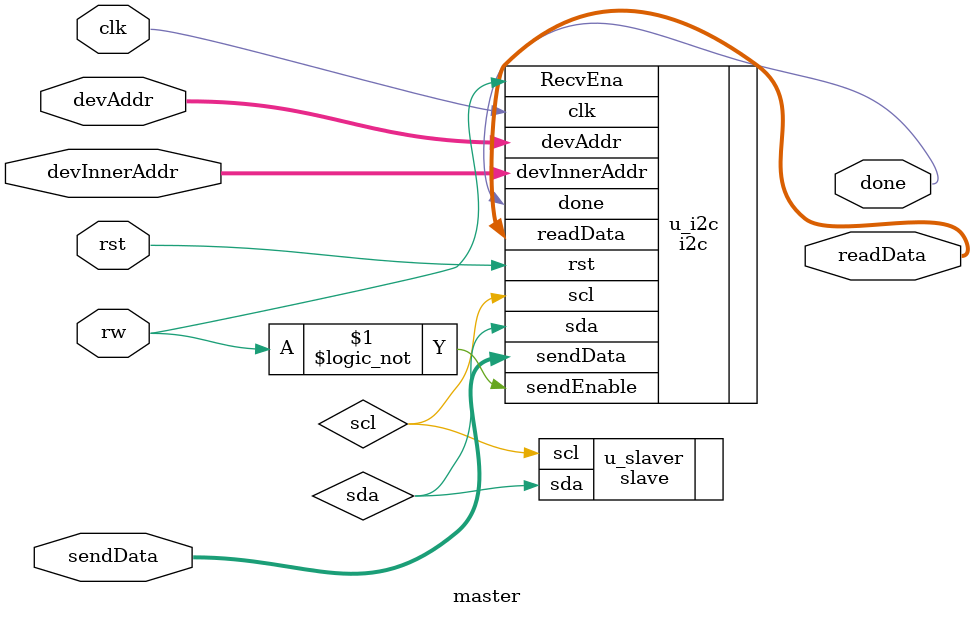
<source format=v>
`timescale 1ns / 1ps


module master(clk,
              rst,
              devAddr,
              devInnerAddr,
              sendData,
              readData,
              rw,
              done);
    
    input clk;
    input rst;
    input rw;
    input [6:0] devAddr;
    input [7:0] devInnerAddr;
    input [7:0] sendData;
    output [7:0] readData;
    output done;
    
    wire clk;
    wire rst;
    wire rw;
    wire [6:0] devAddr;
    wire [7:0] devInnerAddr;
    wire [7:0] sendData;
    wire [7:0] readData;
    wire done;
    wire scl;
    wire sda;
    
    i2c u_i2c(
    .clk            (clk),
    .rst            (rst),
    .sendEnable     (!rw),
    .RecvEna        (rw),
    
    .devAddr        (devAddr),
    .devInnerAddr   (devInnerAddr),
    .sendData       (sendData),
    .readData       (readData),
    .done           (done),
    
    .scl            (scl),
    .sda            (sda)
    );

    slave u_slaver(
    .scl    (scl),
    .sda    (sda)
    );
    
endmodule

</source>
